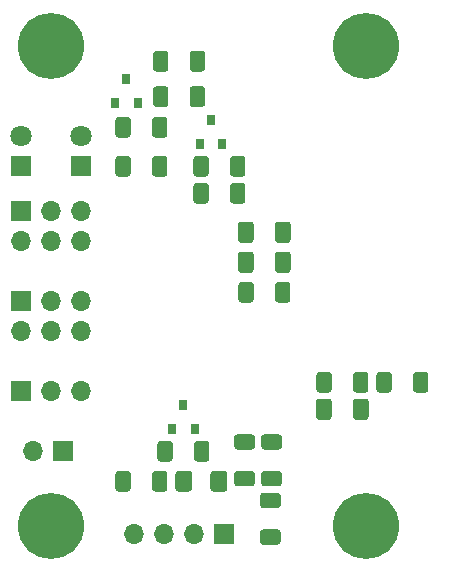
<source format=gbr>
%TF.GenerationSoftware,KiCad,Pcbnew,5.1.10*%
%TF.CreationDate,2021-09-14T17:18:41+02:00*%
%TF.ProjectId,BTS-LogicBoard,4254532d-4c6f-4676-9963-426f6172642e,rev?*%
%TF.SameCoordinates,Original*%
%TF.FileFunction,Soldermask,Bot*%
%TF.FilePolarity,Negative*%
%FSLAX46Y46*%
G04 Gerber Fmt 4.6, Leading zero omitted, Abs format (unit mm)*
G04 Created by KiCad (PCBNEW 5.1.10) date 2021-09-14 17:18:41*
%MOMM*%
%LPD*%
G01*
G04 APERTURE LIST*
%ADD10C,5.600000*%
%ADD11C,3.600000*%
%ADD12O,1.700000X1.700000*%
%ADD13R,1.700000X1.700000*%
%ADD14R,0.800000X0.900000*%
%ADD15C,1.800000*%
%ADD16R,1.800000X1.800000*%
G04 APERTURE END LIST*
%TO.C,R19*%
G36*
G01*
X135112599Y-109612000D02*
X136362601Y-109612000D01*
G75*
G02*
X136612600Y-109861999I0J-249999D01*
G01*
X136612600Y-110662001D01*
G75*
G02*
X136362601Y-110912000I-249999J0D01*
G01*
X135112599Y-110912000D01*
G75*
G02*
X134862600Y-110662001I0J249999D01*
G01*
X134862600Y-109861999D01*
G75*
G02*
X135112599Y-109612000I249999J0D01*
G01*
G37*
G36*
G01*
X135112599Y-106512000D02*
X136362601Y-106512000D01*
G75*
G02*
X136612600Y-106761999I0J-249999D01*
G01*
X136612600Y-107562001D01*
G75*
G02*
X136362601Y-107812000I-249999J0D01*
G01*
X135112599Y-107812000D01*
G75*
G02*
X134862600Y-107562001I0J249999D01*
G01*
X134862600Y-106761999D01*
G75*
G02*
X135112599Y-106512000I249999J0D01*
G01*
G37*
%TD*%
%TO.C,R18*%
G36*
G01*
X138648601Y-107812000D02*
X137398599Y-107812000D01*
G75*
G02*
X137148600Y-107562001I0J249999D01*
G01*
X137148600Y-106761999D01*
G75*
G02*
X137398599Y-106512000I249999J0D01*
G01*
X138648601Y-106512000D01*
G75*
G02*
X138898600Y-106761999I0J-249999D01*
G01*
X138898600Y-107562001D01*
G75*
G02*
X138648601Y-107812000I-249999J0D01*
G01*
G37*
G36*
G01*
X138648601Y-110912000D02*
X137398599Y-110912000D01*
G75*
G02*
X137148600Y-110662001I0J249999D01*
G01*
X137148600Y-109861999D01*
G75*
G02*
X137398599Y-109612000I249999J0D01*
G01*
X138648601Y-109612000D01*
G75*
G02*
X138898600Y-109861999I0J-249999D01*
G01*
X138898600Y-110662001D01*
G75*
G02*
X138648601Y-110912000I-249999J0D01*
G01*
G37*
%TD*%
D10*
%TO.C,H4*%
X146050000Y-114300000D03*
D11*
X146050000Y-114300000D03*
%TD*%
D10*
%TO.C,H3*%
X119380000Y-114300000D03*
D11*
X119380000Y-114300000D03*
%TD*%
D10*
%TO.C,H2*%
X146050000Y-73660000D03*
D11*
X146050000Y-73660000D03*
%TD*%
D10*
%TO.C,H1*%
X119380000Y-73660000D03*
D11*
X119380000Y-73660000D03*
%TD*%
D12*
%TO.C,SW2*%
X121920000Y-97790000D03*
X121920000Y-95250000D03*
X119380000Y-97790000D03*
X119380000Y-95250000D03*
X116840000Y-97790000D03*
D13*
X116840000Y-95250000D03*
%TD*%
D12*
%TO.C,SW1*%
X121920000Y-90170000D03*
X121920000Y-87630000D03*
X119380000Y-90170000D03*
X119380000Y-87630000D03*
X116840000Y-90170000D03*
D13*
X116840000Y-87630000D03*
%TD*%
D12*
%TO.C,RV1*%
X121920000Y-102870000D03*
X119380000Y-102870000D03*
D13*
X116840000Y-102870000D03*
%TD*%
%TO.C,R16*%
G36*
G01*
X134504000Y-84445001D02*
X134504000Y-83194999D01*
G75*
G02*
X134753999Y-82945000I249999J0D01*
G01*
X135554001Y-82945000D01*
G75*
G02*
X135804000Y-83194999I0J-249999D01*
G01*
X135804000Y-84445001D01*
G75*
G02*
X135554001Y-84695000I-249999J0D01*
G01*
X134753999Y-84695000D01*
G75*
G02*
X134504000Y-84445001I0J249999D01*
G01*
G37*
G36*
G01*
X131404000Y-84445001D02*
X131404000Y-83194999D01*
G75*
G02*
X131653999Y-82945000I249999J0D01*
G01*
X132454001Y-82945000D01*
G75*
G02*
X132704000Y-83194999I0J-249999D01*
G01*
X132704000Y-84445001D01*
G75*
G02*
X132454001Y-84695000I-249999J0D01*
G01*
X131653999Y-84695000D01*
G75*
G02*
X131404000Y-84445001I0J249999D01*
G01*
G37*
%TD*%
%TO.C,R15*%
G36*
G01*
X132704000Y-85480999D02*
X132704000Y-86731001D01*
G75*
G02*
X132454001Y-86981000I-249999J0D01*
G01*
X131653999Y-86981000D01*
G75*
G02*
X131404000Y-86731001I0J249999D01*
G01*
X131404000Y-85480999D01*
G75*
G02*
X131653999Y-85231000I249999J0D01*
G01*
X132454001Y-85231000D01*
G75*
G02*
X132704000Y-85480999I0J-249999D01*
G01*
G37*
G36*
G01*
X135804000Y-85480999D02*
X135804000Y-86731001D01*
G75*
G02*
X135554001Y-86981000I-249999J0D01*
G01*
X134753999Y-86981000D01*
G75*
G02*
X134504000Y-86731001I0J249999D01*
G01*
X134504000Y-85480999D01*
G75*
G02*
X134753999Y-85231000I249999J0D01*
G01*
X135554001Y-85231000D01*
G75*
G02*
X135804000Y-85480999I0J-249999D01*
G01*
G37*
%TD*%
%TO.C,R14*%
G36*
G01*
X136514000Y-93862999D02*
X136514000Y-95113001D01*
G75*
G02*
X136264001Y-95363000I-249999J0D01*
G01*
X135463999Y-95363000D01*
G75*
G02*
X135214000Y-95113001I0J249999D01*
G01*
X135214000Y-93862999D01*
G75*
G02*
X135463999Y-93613000I249999J0D01*
G01*
X136264001Y-93613000D01*
G75*
G02*
X136514000Y-93862999I0J-249999D01*
G01*
G37*
G36*
G01*
X139614000Y-93862999D02*
X139614000Y-95113001D01*
G75*
G02*
X139364001Y-95363000I-249999J0D01*
G01*
X138563999Y-95363000D01*
G75*
G02*
X138314000Y-95113001I0J249999D01*
G01*
X138314000Y-93862999D01*
G75*
G02*
X138563999Y-93613000I249999J0D01*
G01*
X139364001Y-93613000D01*
G75*
G02*
X139614000Y-93862999I0J-249999D01*
G01*
G37*
%TD*%
%TO.C,R13*%
G36*
G01*
X126100000Y-83194999D02*
X126100000Y-84445001D01*
G75*
G02*
X125850001Y-84695000I-249999J0D01*
G01*
X125049999Y-84695000D01*
G75*
G02*
X124800000Y-84445001I0J249999D01*
G01*
X124800000Y-83194999D01*
G75*
G02*
X125049999Y-82945000I249999J0D01*
G01*
X125850001Y-82945000D01*
G75*
G02*
X126100000Y-83194999I0J-249999D01*
G01*
G37*
G36*
G01*
X129200000Y-83194999D02*
X129200000Y-84445001D01*
G75*
G02*
X128950001Y-84695000I-249999J0D01*
G01*
X128149999Y-84695000D01*
G75*
G02*
X127900000Y-84445001I0J249999D01*
G01*
X127900000Y-83194999D01*
G75*
G02*
X128149999Y-82945000I249999J0D01*
G01*
X128950001Y-82945000D01*
G75*
G02*
X129200000Y-83194999I0J-249999D01*
G01*
G37*
%TD*%
%TO.C,R11*%
G36*
G01*
X149998000Y-102733001D02*
X149998000Y-101482999D01*
G75*
G02*
X150247999Y-101233000I249999J0D01*
G01*
X151048001Y-101233000D01*
G75*
G02*
X151298000Y-101482999I0J-249999D01*
G01*
X151298000Y-102733001D01*
G75*
G02*
X151048001Y-102983000I-249999J0D01*
G01*
X150247999Y-102983000D01*
G75*
G02*
X149998000Y-102733001I0J249999D01*
G01*
G37*
G36*
G01*
X146898000Y-102733001D02*
X146898000Y-101482999D01*
G75*
G02*
X147147999Y-101233000I249999J0D01*
G01*
X147948001Y-101233000D01*
G75*
G02*
X148198000Y-101482999I0J-249999D01*
G01*
X148198000Y-102733001D01*
G75*
G02*
X147948001Y-102983000I-249999J0D01*
G01*
X147147999Y-102983000D01*
G75*
G02*
X146898000Y-102733001I0J249999D01*
G01*
G37*
%TD*%
%TO.C,R10*%
G36*
G01*
X144918000Y-102733001D02*
X144918000Y-101482999D01*
G75*
G02*
X145167999Y-101233000I249999J0D01*
G01*
X145968001Y-101233000D01*
G75*
G02*
X146218000Y-101482999I0J-249999D01*
G01*
X146218000Y-102733001D01*
G75*
G02*
X145968001Y-102983000I-249999J0D01*
G01*
X145167999Y-102983000D01*
G75*
G02*
X144918000Y-102733001I0J249999D01*
G01*
G37*
G36*
G01*
X141818000Y-102733001D02*
X141818000Y-101482999D01*
G75*
G02*
X142067999Y-101233000I249999J0D01*
G01*
X142868001Y-101233000D01*
G75*
G02*
X143118000Y-101482999I0J-249999D01*
G01*
X143118000Y-102733001D01*
G75*
G02*
X142868001Y-102983000I-249999J0D01*
G01*
X142067999Y-102983000D01*
G75*
G02*
X141818000Y-102733001I0J249999D01*
G01*
G37*
%TD*%
%TO.C,R9*%
G36*
G01*
X129300400Y-74304999D02*
X129300400Y-75555001D01*
G75*
G02*
X129050401Y-75805000I-249999J0D01*
G01*
X128250399Y-75805000D01*
G75*
G02*
X128000400Y-75555001I0J249999D01*
G01*
X128000400Y-74304999D01*
G75*
G02*
X128250399Y-74055000I249999J0D01*
G01*
X129050401Y-74055000D01*
G75*
G02*
X129300400Y-74304999I0J-249999D01*
G01*
G37*
G36*
G01*
X132400400Y-74304999D02*
X132400400Y-75555001D01*
G75*
G02*
X132150401Y-75805000I-249999J0D01*
G01*
X131350399Y-75805000D01*
G75*
G02*
X131100400Y-75555001I0J249999D01*
G01*
X131100400Y-74304999D01*
G75*
G02*
X131350399Y-74055000I249999J0D01*
G01*
X132150401Y-74055000D01*
G75*
G02*
X132400400Y-74304999I0J-249999D01*
G01*
G37*
%TD*%
%TO.C,R8*%
G36*
G01*
X127900000Y-81143001D02*
X127900000Y-79892999D01*
G75*
G02*
X128149999Y-79643000I249999J0D01*
G01*
X128950001Y-79643000D01*
G75*
G02*
X129200000Y-79892999I0J-249999D01*
G01*
X129200000Y-81143001D01*
G75*
G02*
X128950001Y-81393000I-249999J0D01*
G01*
X128149999Y-81393000D01*
G75*
G02*
X127900000Y-81143001I0J249999D01*
G01*
G37*
G36*
G01*
X124800000Y-81143001D02*
X124800000Y-79892999D01*
G75*
G02*
X125049999Y-79643000I249999J0D01*
G01*
X125850001Y-79643000D01*
G75*
G02*
X126100000Y-79892999I0J-249999D01*
G01*
X126100000Y-81143001D01*
G75*
G02*
X125850001Y-81393000I-249999J0D01*
G01*
X125049999Y-81393000D01*
G75*
G02*
X124800000Y-81143001I0J249999D01*
G01*
G37*
%TD*%
%TO.C,R7*%
G36*
G01*
X131100400Y-78552201D02*
X131100400Y-77302199D01*
G75*
G02*
X131350399Y-77052200I249999J0D01*
G01*
X132150401Y-77052200D01*
G75*
G02*
X132400400Y-77302199I0J-249999D01*
G01*
X132400400Y-78552201D01*
G75*
G02*
X132150401Y-78802200I-249999J0D01*
G01*
X131350399Y-78802200D01*
G75*
G02*
X131100400Y-78552201I0J249999D01*
G01*
G37*
G36*
G01*
X128000400Y-78552201D02*
X128000400Y-77302199D01*
G75*
G02*
X128250399Y-77052200I249999J0D01*
G01*
X129050401Y-77052200D01*
G75*
G02*
X129300400Y-77302199I0J-249999D01*
G01*
X129300400Y-78552201D01*
G75*
G02*
X129050401Y-78802200I-249999J0D01*
G01*
X128250399Y-78802200D01*
G75*
G02*
X128000400Y-78552201I0J249999D01*
G01*
G37*
%TD*%
%TO.C,R6*%
G36*
G01*
X127900000Y-111115001D02*
X127900000Y-109864999D01*
G75*
G02*
X128149999Y-109615000I249999J0D01*
G01*
X128950001Y-109615000D01*
G75*
G02*
X129200000Y-109864999I0J-249999D01*
G01*
X129200000Y-111115001D01*
G75*
G02*
X128950001Y-111365000I-249999J0D01*
G01*
X128149999Y-111365000D01*
G75*
G02*
X127900000Y-111115001I0J249999D01*
G01*
G37*
G36*
G01*
X124800000Y-111115001D02*
X124800000Y-109864999D01*
G75*
G02*
X125049999Y-109615000I249999J0D01*
G01*
X125850001Y-109615000D01*
G75*
G02*
X126100000Y-109864999I0J-249999D01*
G01*
X126100000Y-111115001D01*
G75*
G02*
X125850001Y-111365000I-249999J0D01*
G01*
X125049999Y-111365000D01*
G75*
G02*
X124800000Y-111115001I0J249999D01*
G01*
G37*
%TD*%
%TO.C,R5*%
G36*
G01*
X137296999Y-114565000D02*
X138547001Y-114565000D01*
G75*
G02*
X138797000Y-114814999I0J-249999D01*
G01*
X138797000Y-115615001D01*
G75*
G02*
X138547001Y-115865000I-249999J0D01*
G01*
X137296999Y-115865000D01*
G75*
G02*
X137047000Y-115615001I0J249999D01*
G01*
X137047000Y-114814999D01*
G75*
G02*
X137296999Y-114565000I249999J0D01*
G01*
G37*
G36*
G01*
X137296999Y-111465000D02*
X138547001Y-111465000D01*
G75*
G02*
X138797000Y-111714999I0J-249999D01*
G01*
X138797000Y-112515001D01*
G75*
G02*
X138547001Y-112765000I-249999J0D01*
G01*
X137296999Y-112765000D01*
G75*
G02*
X137047000Y-112515001I0J249999D01*
G01*
X137047000Y-111714999D01*
G75*
G02*
X137296999Y-111465000I249999J0D01*
G01*
G37*
%TD*%
%TO.C,R3*%
G36*
G01*
X131456000Y-108575001D02*
X131456000Y-107324999D01*
G75*
G02*
X131705999Y-107075000I249999J0D01*
G01*
X132506001Y-107075000D01*
G75*
G02*
X132756000Y-107324999I0J-249999D01*
G01*
X132756000Y-108575001D01*
G75*
G02*
X132506001Y-108825000I-249999J0D01*
G01*
X131705999Y-108825000D01*
G75*
G02*
X131456000Y-108575001I0J249999D01*
G01*
G37*
G36*
G01*
X128356000Y-108575001D02*
X128356000Y-107324999D01*
G75*
G02*
X128605999Y-107075000I249999J0D01*
G01*
X129406001Y-107075000D01*
G75*
G02*
X129656000Y-107324999I0J-249999D01*
G01*
X129656000Y-108575001D01*
G75*
G02*
X129406001Y-108825000I-249999J0D01*
G01*
X128605999Y-108825000D01*
G75*
G02*
X128356000Y-108575001I0J249999D01*
G01*
G37*
%TD*%
D14*
%TO.C,Q5*%
X132892800Y-79924400D03*
X131942800Y-81924400D03*
X133842800Y-81924400D03*
%TD*%
%TO.C,Q3*%
X125730000Y-76470000D03*
X124780000Y-78470000D03*
X126680000Y-78470000D03*
%TD*%
%TO.C,Q1*%
X130556000Y-104054400D03*
X129606000Y-106054400D03*
X131506000Y-106054400D03*
%TD*%
D12*
%TO.C,J3*%
X117856000Y-107950000D03*
D13*
X120396000Y-107950000D03*
%TD*%
D12*
%TO.C,J2*%
X126365000Y-114935000D03*
X128905000Y-114935000D03*
X131445000Y-114935000D03*
D13*
X133985000Y-114935000D03*
%TD*%
%TO.C,D3*%
G36*
G01*
X132855000Y-111115000D02*
X132855000Y-109865000D01*
G75*
G02*
X133105000Y-109615000I250000J0D01*
G01*
X134030000Y-109615000D01*
G75*
G02*
X134280000Y-109865000I0J-250000D01*
G01*
X134280000Y-111115000D01*
G75*
G02*
X134030000Y-111365000I-250000J0D01*
G01*
X133105000Y-111365000D01*
G75*
G02*
X132855000Y-111115000I0J250000D01*
G01*
G37*
G36*
G01*
X129880000Y-111115000D02*
X129880000Y-109865000D01*
G75*
G02*
X130130000Y-109615000I250000J0D01*
G01*
X131055000Y-109615000D01*
G75*
G02*
X131305000Y-109865000I0J-250000D01*
G01*
X131305000Y-111115000D01*
G75*
G02*
X131055000Y-111365000I-250000J0D01*
G01*
X130130000Y-111365000D01*
G75*
G02*
X129880000Y-111115000I0J250000D01*
G01*
G37*
%TD*%
D15*
%TO.C,D2*%
X116840000Y-81280000D03*
D16*
X116840000Y-83820000D03*
%TD*%
D15*
%TO.C,D1*%
X121920000Y-81280000D03*
D16*
X121920000Y-83820000D03*
%TD*%
%TO.C,C7*%
G36*
G01*
X138314000Y-90058003D02*
X138314000Y-88757997D01*
G75*
G02*
X138563997Y-88508000I249997J0D01*
G01*
X139389003Y-88508000D01*
G75*
G02*
X139639000Y-88757997I0J-249997D01*
G01*
X139639000Y-90058003D01*
G75*
G02*
X139389003Y-90308000I-249997J0D01*
G01*
X138563997Y-90308000D01*
G75*
G02*
X138314000Y-90058003I0J249997D01*
G01*
G37*
G36*
G01*
X135189000Y-90058003D02*
X135189000Y-88757997D01*
G75*
G02*
X135438997Y-88508000I249997J0D01*
G01*
X136264003Y-88508000D01*
G75*
G02*
X136514000Y-88757997I0J-249997D01*
G01*
X136514000Y-90058003D01*
G75*
G02*
X136264003Y-90308000I-249997J0D01*
G01*
X135438997Y-90308000D01*
G75*
G02*
X135189000Y-90058003I0J249997D01*
G01*
G37*
%TD*%
%TO.C,C6*%
G36*
G01*
X138314000Y-92598003D02*
X138314000Y-91297997D01*
G75*
G02*
X138563997Y-91048000I249997J0D01*
G01*
X139389003Y-91048000D01*
G75*
G02*
X139639000Y-91297997I0J-249997D01*
G01*
X139639000Y-92598003D01*
G75*
G02*
X139389003Y-92848000I-249997J0D01*
G01*
X138563997Y-92848000D01*
G75*
G02*
X138314000Y-92598003I0J249997D01*
G01*
G37*
G36*
G01*
X135189000Y-92598003D02*
X135189000Y-91297997D01*
G75*
G02*
X135438997Y-91048000I249997J0D01*
G01*
X136264003Y-91048000D01*
G75*
G02*
X136514000Y-91297997I0J-249997D01*
G01*
X136514000Y-92598003D01*
G75*
G02*
X136264003Y-92848000I-249997J0D01*
G01*
X135438997Y-92848000D01*
G75*
G02*
X135189000Y-92598003I0J249997D01*
G01*
G37*
%TD*%
%TO.C,C4*%
G36*
G01*
X144918000Y-105044003D02*
X144918000Y-103743997D01*
G75*
G02*
X145167997Y-103494000I249997J0D01*
G01*
X145993003Y-103494000D01*
G75*
G02*
X146243000Y-103743997I0J-249997D01*
G01*
X146243000Y-105044003D01*
G75*
G02*
X145993003Y-105294000I-249997J0D01*
G01*
X145167997Y-105294000D01*
G75*
G02*
X144918000Y-105044003I0J249997D01*
G01*
G37*
G36*
G01*
X141793000Y-105044003D02*
X141793000Y-103743997D01*
G75*
G02*
X142042997Y-103494000I249997J0D01*
G01*
X142868003Y-103494000D01*
G75*
G02*
X143118000Y-103743997I0J-249997D01*
G01*
X143118000Y-105044003D01*
G75*
G02*
X142868003Y-105294000I-249997J0D01*
G01*
X142042997Y-105294000D01*
G75*
G02*
X141793000Y-105044003I0J249997D01*
G01*
G37*
%TD*%
M02*

</source>
